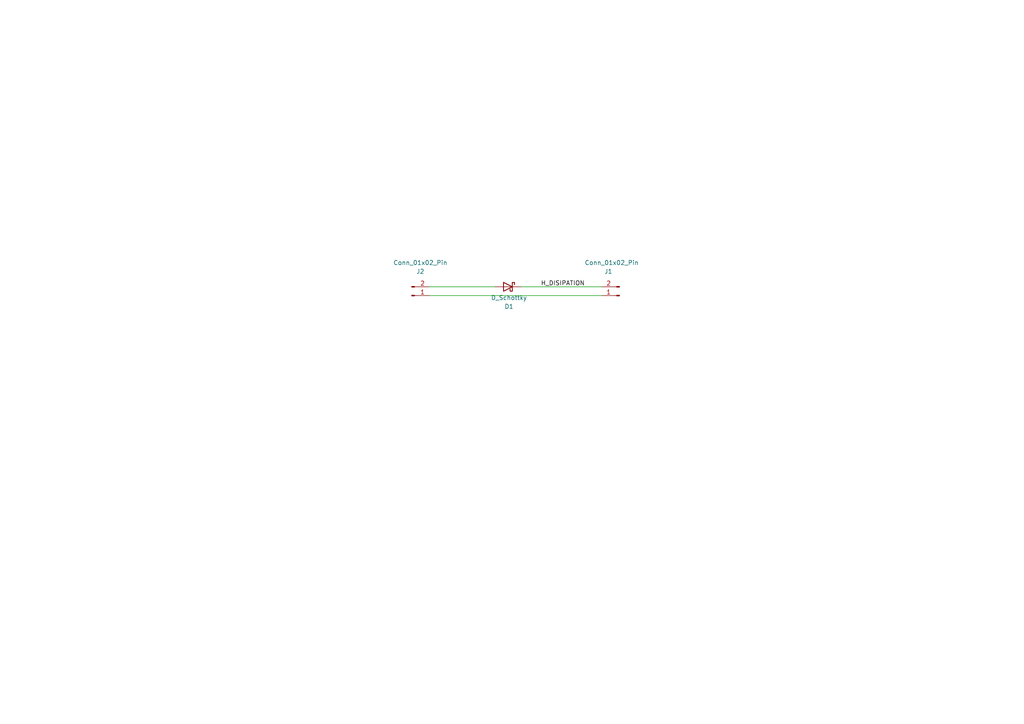
<source format=kicad_sch>
(kicad_sch (version 20230121) (generator eeschema)
  (paper "A4")
  (lib_symbols
    (symbol "Connector:Conn_01x02_Pin" (pin_names (offset 1.016) hide)
      (property "Reference" "J" (at 0 2.54 0))
      (property "Value" "Conn_01x02_Pin" (at 0 -5.08 0))
      (symbol "Conn_01x02_Pin_1_1"
        (polyline (pts (xy 1.27 -2.54) (xy 0.8636 -2.54)) (stroke (width 0.1524)))
        (polyline (pts (xy 1.27 0) (xy 0.8636 0)) (stroke (width 0.1524)))
        (rectangle (start 0.8636 -2.413) (end 0 -2.667) (stroke (width 0.1524)) (fill (type outline)))
        (rectangle (start 0.8636 0.127) (end 0 -0.127) (stroke (width 0.1524)) (fill (type outline)))
        (pin passive line (at 5.08 0 180) (length 3.81) (name "Pin_1") (number "1"))
        (pin passive line (at 5.08 -2.54 180) (length 3.81) (name "Pin_2") (number "2"))
      )
    )
    (symbol "Device:D_Schottky" (pin_numbers hide) (pin_names (offset 1.016) hide)
      (property "Reference" "D" (at 0 2.54 0))
      (property "Value" "D_Schottky" (at 0 -2.54 0))
      (symbol "D_Schottky_0_1"
        (polyline (pts (xy 1.27 0) (xy -1.27 0)))
        (polyline (pts (xy 1.27 1.27) (xy 1.27 -1.27) (xy -1.27 0) (xy 1.27 1.27)) (stroke (width 0.254)))
        (polyline (pts (xy -1.905 0.635) (xy -1.905 1.27) (xy -1.27 1.27) (xy -1.27 -1.27) (xy -0.635 -1.27) (xy -0.635 -0.635)) (stroke (width 0.254)))
      )
      (symbol "D_Schottky_1_1"
        (pin passive line (at -3.81 0 0) (length 2.54) (name "K") (number "1"))
        (pin passive line (at 3.81 0 180) (length 2.54) (name "A") (number "2"))
      )
    )
  )
  (wire (pts (xy 124.46 85.725) (xy 174.625 85.725)))
  (wire (pts (xy 124.46 83.185) (xy 143.51 83.185)))
  (wire (pts (xy 151.13 83.185) (xy 174.625 83.185)))
  (label "H_DISIPATION" (at 156.845 83.185 0))
  (symbol (lib_id "Connector:Conn_01x02_Pin") (at 179.705 85.725 180) (unit 1)
    (property "Reference" "J1" (at 175.26 78.74 0) (effects (justify right)))
    (property "Value" "Conn_01x02_Pin" (at 169.545 76.2 0) (effects (justify right)))
    (property "Footprint" "libs:KTM-Connector" (effects hide))
  )
  (symbol (lib_id "Connector:Conn_01x02_Pin") (at 119.38 85.725 0) (mirror x) (unit 1)
    (property "Reference" "J2" (at 121.92 78.74 0))
    (property "Value" "Conn_01x02_Pin" (at 121.92 76.2 0))
    (property "Footprint" "libs:Big Solder Pins" (effects hide))
  )
  (symbol (lib_id "Device:D_Schottky") (at 147.32 83.185 0) (mirror y) (unit 1)
    (property "Reference" "D1" (at 147.6375 88.9 0))
    (property "Value" "D_Schottky" (at 147.6375 86.36 0))
    (property "Footprint" "Diode_SMD:D_PowerDI-5" (effects hide))
    (property "Datasheet" "https://au.rs-online.com/web/p/schottky-diodes-rectifiers/9211246" (effects hide))
  )
)
</source>
